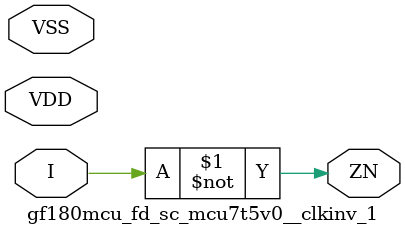
<source format=v>

module gf180mcu_fd_sc_mcu7t5v0__clkinv_1( I, ZN, VDD, VSS );
input I;
inout VDD, VSS;
output ZN;

	not MGM_BG_0( ZN, I );

endmodule

</source>
